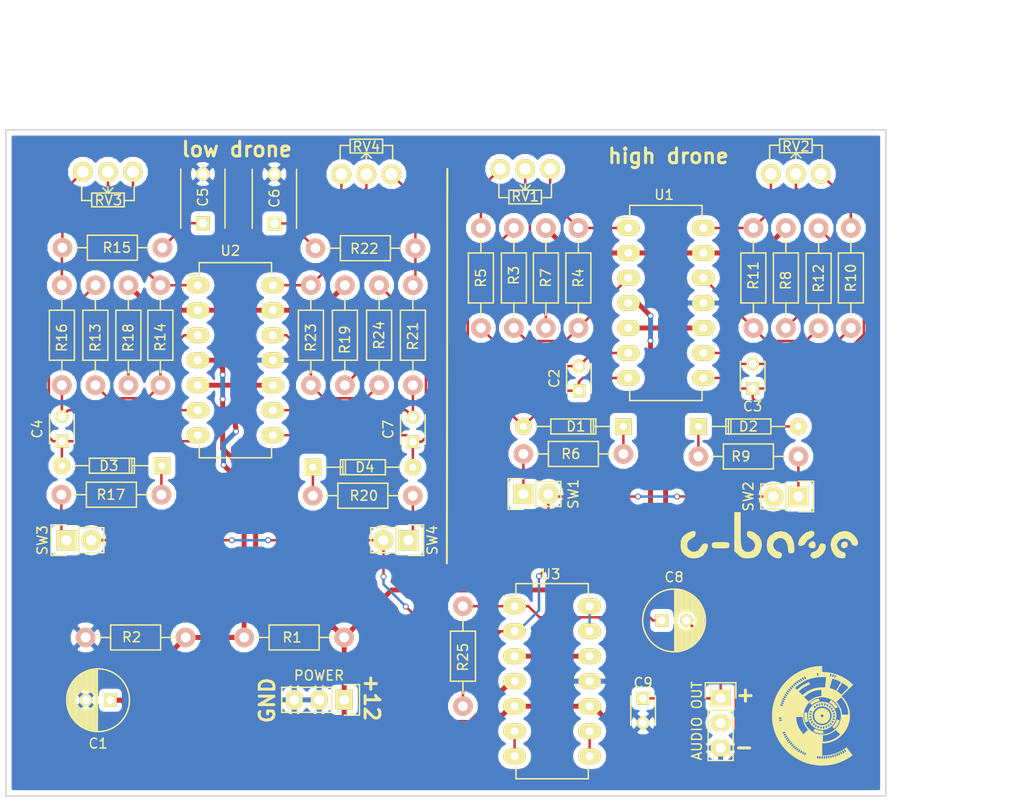
<source format=kicad_pcb>
(kicad_pcb (version 4) (host pcbnew 4.0.2-4+6225~38~ubuntu15.10.1-stable)
  (layers (0 F.Cu signal) (31 B.Cu signal) (34 B.Paste user) (35 F.Paste user) (36 B.SilkS user) (37 F.SilkS user) (38 B.Mask user) (39 F.Mask user) (44 Edge.Cuts user))
  (net 0 "")
  (net 1 GND)
  (net 2 /Buffer/VREF)
  (net 3 "Net-(C2-Pad1)")
  (net 4 "Net-(C2-Pad2)")
  (net 5 "Net-(C3-Pad1)")
  (net 6 "Net-(C3-Pad2)")
  (net 7 "Net-(C4-Pad1)")
  (net 8 "Net-(C4-Pad2)")
  (net 9 "Net-(C5-Pad1)")
  (net 10 "Net-(C6-Pad1)")
  (net 11 "Net-(C7-Pad1)")
  (net 12 "Net-(C7-Pad2)")
  (net 13 /Buffer/MIX-OUT)
  (net 14 "Net-(C8-Pad1)")
  (net 15 +12V)
  (net 16 "Net-(D1-Pad1)")
  (net 17 "Net-(D2-Pad1)")
  (net 18 "Net-(D3-Pad1)")
  (net 19 "Net-(D4-Pad1)")
  (net 20 "Net-(J1-Pad2)")
  (net 21 "Net-(R3-Pad2)")
  (net 22 "Net-(R4-Pad1)")
  (net 23 "Net-(R5-Pad2)")
  (net 24 "Net-(R6-Pad1)")
  (net 25 "Net-(R7-Pad1)")
  (net 26 "Net-(R8-Pad2)")
  (net 27 "Net-(R9-Pad1)")
  (net 28 "Net-(R10-Pad2)")
  (net 29 "Net-(R11-Pad1)")
  (net 30 "Net-(R11-Pad2)")
  (net 31 "Net-(R13-Pad2)")
  (net 32 "Net-(R14-Pad1)")
  (net 33 "Net-(R15-Pad1)")
  (net 34 "Net-(R17-Pad1)")
  (net 35 "Net-(R18-Pad1)")
  (net 36 "Net-(R19-Pad2)")
  (net 37 "Net-(R20-Pad1)")
  (net 38 "Net-(R21-Pad2)")
  (net 39 "Net-(R23-Pad1)")
  (net 40 "Net-(R23-Pad2)")
  (net 41 /Buffer/VOICE-IN)
  (net 42 "Net-(U3-Pad6)")
  (net 43 "Net-(U3-Pad8)")
  (net 44 "Net-(U3-Pad13)")
  (module Capacitors_ThroughHole:C_Radial_D6.3_L11.2_P2.5 (layer F.Cu) (at 104.3686 101.981 180)
    (fp_text reference C1 (at 1.25 -4.4 180) (layer F.SilkS))
    (fp_text value 100uF)
    (pad 2 thru_hole circle (at 2.5 0 180) (size 1.3 1.3) (drill 0.8) (layers *.Cu *.Mask F.SilkS) (net 1 GND))
    (pad 1 thru_hole rect (at 0 0 180) (size 1.3 1.3) (drill 0.8) (layers *.Cu *.Mask F.SilkS) (net 2 /Buffer/VREF))
  )
  (module Capacitors_ThroughHole:C_Disc_D3_P2.5 (layer F.Cu) (at 151.97074 70.5358 90)
    (fp_text reference C2 (at 1.25 -2.5 90) (layer F.SilkS))
    (fp_text value 4.7nF)
    (pad 1 thru_hole rect (at 0 0 90) (size 1.3 1.3) (drill 0.8) (layers *.Cu *.Mask F.SilkS) (net 3 "Net-(C2-Pad1)"))
    (pad 2 thru_hole circle (at 2.5 0 90) (size 1.3 1.3) (drill 0.8001) (layers *.Cu *.Mask F.SilkS) (net 4 "Net-(C2-Pad2)"))
  )
  (module Capacitors_ThroughHole:C_Disc_D3_P2.5 (layer F.Cu) (at 169.62628 70.3072 90)
    (fp_text reference C3 (at -1.818 0 180) (layer F.SilkS))
    (fp_text value 4.7nF)
    (pad 1 thru_hole rect (at 0 0 90) (size 1.3 1.3) (drill 0.8) (layers *.Cu *.Mask F.SilkS) (net 5 "Net-(C3-Pad1)"))
    (pad 2 thru_hole circle (at 2.5 0 90) (size 1.3 1.3) (drill 0.8001) (layers *.Cu *.Mask F.SilkS) (net 6 "Net-(C3-Pad2)"))
  )
  (module Capacitors_ThroughHole:C_Disc_D3_P2.5 (layer F.Cu) (at 99.441 75.6666 90)
    (fp_text reference C4 (at 1.25 -2.5 90) (layer F.SilkS))
    (fp_text value 4.7nF)
    (pad 1 thru_hole rect (at 0 0 90) (size 1.3 1.3) (drill 0.8) (layers *.Cu *.Mask F.SilkS) (net 7 "Net-(C4-Pad1)"))
    (pad 2 thru_hole circle (at 2.5 0 90) (size 1.3 1.3) (drill 0.8001) (layers *.Cu *.Mask F.SilkS) (net 8 "Net-(C4-Pad2)"))
  )
  (module Capacitors_ThroughHole:C_Disc_D6_P5 (layer F.Cu) (at 113.7666 53.5178 90)
    (fp_text reference C5 (at 2.6416 0 90) (layer F.SilkS))
    (fp_text value 470nF)
    (pad 1 thru_hole rect (at 0 0 90) (size 1.4 1.4) (drill 0.9) (layers *.Cu *.Mask F.SilkS) (net 9 "Net-(C5-Pad1)"))
    (pad 2 thru_hole circle (at 5 0 90) (size 1.4 1.4) (drill 0.9) (layers *.Cu *.Mask F.SilkS) (net 1 GND))
  )
  (module Capacitors_ThroughHole:C_Disc_D6_P5 (layer F.Cu) (at 121.031 53.5394 90)
    (fp_text reference C6 (at 2.5616 0 90) (layer F.SilkS))
    (fp_text value 470nF)
    (pad 1 thru_hole rect (at 0 0 90) (size 1.4 1.4) (drill 0.9) (layers *.Cu *.Mask F.SilkS) (net 10 "Net-(C6-Pad1)"))
    (pad 2 thru_hole circle (at 5 0 90) (size 1.4 1.4) (drill 0.9) (layers *.Cu *.Mask F.SilkS) (net 1 GND))
  )
  (module Capacitors_ThroughHole:C_Radial_D6.3_L11.2_P2.5 (layer F.Cu) (at 160.3902 93.8784)
    (fp_text reference C8 (at 1.25 -4.4) (layer F.SilkS))
    (fp_text value 100uF)
    (pad 2 thru_hole circle (at 2.5 0) (size 1.3 1.3) (drill 0.8) (layers *.Cu *.Mask F.SilkS) (net 13 /Buffer/MIX-OUT))
    (pad 1 thru_hole rect (at 0 0) (size 1.3 1.3) (drill 0.8) (layers *.Cu *.Mask F.SilkS) (net 14 "Net-(C8-Pad1)"))
  )
  (module Capacitors_ThroughHole:C_Disc_D3_P2.5 (layer F.Cu) (at 158.496 101.7924 270)
    (fp_text reference C9 (at -1.5748 0 360) (layer F.SilkS))
    (fp_text value 1nF)
    (pad 1 thru_hole rect (at 0 0 270) (size 1.3 1.3) (drill 0.8) (layers *.Cu *.Mask F.SilkS) (net 13 /Buffer/MIX-OUT))
    (pad 2 thru_hole circle (at 2.5 0 270) (size 1.3 1.3) (drill 0.8001) (layers *.Cu *.Mask F.SilkS) (net 1 GND))
  )
  (module Pin_Headers:Pin_Header_Straight_1x03 (layer F.Cu) (at 128.12776 101.9429 270)
    (fp_text reference POWER (at -2.46888 2.5654 360) (layer F.SilkS))
    (fp_text value BARREL_JACK)
    (pad 1 thru_hole rect (at 0 0 270) (size 2.032 1.7272) (drill 1.016) (layers *.Cu *.Mask F.SilkS) (net 15 +12V))
    (pad 2 thru_hole oval (at 0 2.54 270) (size 2.032 1.7272) (drill 1.016) (layers *.Cu *.Mask F.SilkS) (net 1 GND))
    (pad 3 thru_hole oval (at 0 5.08 270) (size 2.032 1.7272) (drill 1.016) (layers *.Cu *.Mask F.SilkS) (net 1 GND))
  )
  (module Diodes_ThroughHole:Diode_DO-35_SOD27_Horizontal_RM10 (layer F.Cu) (at 156.48992 74.16546 180)
    (fp_text reference D1 (at 4.82652 -0.00254 180) (layer F.SilkS))
    (fp_text value 1N914)
    (pad 2 thru_hole circle (at 10.16052 -0.00254) (size 1.69926 1.69926) (drill 0.70104) (layers *.Cu *.Mask F.SilkS) (net 3 "Net-(C2-Pad1)"))
    (pad 1 thru_hole rect (at 0.00052 -0.00254) (size 1.69926 1.69926) (drill 0.70104) (layers *.Cu *.Mask F.SilkS) (net 16 "Net-(D1-Pad1)"))
  )
  (module Diodes_ThroughHole:Diode_DO-35_SOD27_Horizontal_RM10 (layer F.Cu) (at 164.10888 74.17054)
    (fp_text reference D2 (at 5.08052 -0.00254) (layer F.SilkS))
    (fp_text value 1N914)
    (pad 2 thru_hole circle (at 10.16052 -0.00254 180) (size 1.69926 1.69926) (drill 0.70104) (layers *.Cu *.Mask F.SilkS) (net 5 "Net-(C3-Pad1)"))
    (pad 1 thru_hole rect (at 0.00052 -0.00254 180) (size 1.69926 1.69926) (drill 0.70104) (layers *.Cu *.Mask F.SilkS) (net 17 "Net-(D2-Pad1)"))
  )
  (module Diodes_ThroughHole:Diode_DO-35_SOD27_Horizontal_RM10 (layer F.Cu) (at 109.60152 78.15326 180)
    (fp_text reference D3 (at 5.38734 0.00052 180) (layer F.SilkS))
    (fp_text value 1N914)
    (pad 2 thru_hole circle (at 10.16052 -0.00254) (size 1.69926 1.69926) (drill 0.70104) (layers *.Cu *.Mask F.SilkS) (net 7 "Net-(C4-Pad1)"))
    (pad 1 thru_hole rect (at 0.00052 -0.00254) (size 1.69926 1.69926) (drill 0.70104) (layers *.Cu *.Mask F.SilkS) (net 18 "Net-(D3-Pad1)"))
  )
  (module Diodes_ThroughHole:Diode_DO-35_SOD27_Horizontal_RM10 (layer F.Cu) (at 124.94208 78.31074)
    (fp_text reference D4 (at 5.2832 0) (layer F.SilkS))
    (fp_text value 1N914)
    (pad 2 thru_hole circle (at 10.16052 -0.00254 180) (size 1.69926 1.69926) (drill 0.70104) (layers *.Cu *.Mask F.SilkS) (net 11 "Net-(C7-Pad1)"))
    (pad 1 thru_hole rect (at 0.00052 -0.00254 180) (size 1.69926 1.69926) (drill 0.70104) (layers *.Cu *.Mask F.SilkS) (net 19 "Net-(D4-Pad1)"))
  )
  (module Pin_Headers:Pin_Header_Straight_1x03 (layer F.Cu) (at 166.37 101.7524)
    (fp_text reference "AUDIO OUT" (at -2.413 2.31394 90) (layer F.SilkS))
    (fp_text value JACK_2P)
    (pad 1 thru_hole rect (at 0 0) (size 2.032 1.7272) (drill 1.016) (layers *.Cu *.Mask F.SilkS) (net 13 /Buffer/MIX-OUT))
    (pad 2 thru_hole oval (at 0 2.54) (size 2.032 1.7272) (drill 1.016) (layers *.Cu *.Mask F.SilkS) (net 20 "Net-(J1-Pad2)"))
    (pad 3 thru_hole oval (at 0 5.08) (size 2.032 1.7272) (drill 1.016) (layers *.Cu *.Mask F.SilkS) (net 1 GND))
  )
  (module Resistors_ThroughHole:Resistor_Horizontal_RM10mm (layer F.Cu) (at 128.1176 95.6056 180)
    (fp_text reference R1 (at 5.2832 0 180) (layer F.SilkS))
    (fp_text value 10K)
    (pad 1 thru_hole circle (at 0 0 180) (size 1.99898 1.99898) (drill 1.00076) (layers *.Cu *.SilkS *.Mask) (net 15 +12V))
    (pad 2 thru_hole circle (at 10.16 0 180) (size 1.99898 1.99898) (drill 1.00076) (layers *.Cu *.SilkS *.Mask) (net 2 /Buffer/VREF))
  )
  (module Resistors_ThroughHole:Resistor_Horizontal_RM10mm (layer F.Cu) (at 112.014 95.6056 180)
    (fp_text reference R2 (at 5.4864 0.0254 180) (layer F.SilkS))
    (fp_text value 10K)
    (pad 1 thru_hole circle (at 0 0 180) (size 1.99898 1.99898) (drill 1.00076) (layers *.Cu *.SilkS *.Mask) (net 2 /Buffer/VREF))
    (pad 2 thru_hole circle (at 10.16 0 180) (size 1.99898 1.99898) (drill 1.00076) (layers *.Cu *.SilkS *.Mask) (net 1 GND))
  )
  (module Resistors_ThroughHole:Resistor_Horizontal_RM10mm (layer F.Cu) (at 145.3642 54.0004 270)
    (fp_text reference R3 (at 4.826 0 270) (layer F.SilkS))
    (fp_text value 33K)
    (pad 1 thru_hole circle (at 0 0 270) (size 1.99898 1.99898) (drill 1.00076) (layers *.Cu *.SilkS *.Mask) (net 3 "Net-(C2-Pad1)"))
    (pad 2 thru_hole circle (at 10.16 0 270) (size 1.99898 1.99898) (drill 1.00076) (layers *.Cu *.SilkS *.Mask) (net 21 "Net-(R3-Pad2)"))
  )
  (module Resistors_ThroughHole:Resistor_Horizontal_RM10mm (layer F.Cu) (at 151.9174 54.0004 270)
    (fp_text reference R4 (at 5.08 0 270) (layer F.SilkS))
    (fp_text value 47K)
    (pad 1 thru_hole circle (at 0 0 270) (size 1.99898 1.99898) (drill 1.00076) (layers *.Cu *.SilkS *.Mask) (net 22 "Net-(R4-Pad1)"))
    (pad 2 thru_hole circle (at 10.16 0 270) (size 1.99898 1.99898) (drill 1.00076) (layers *.Cu *.SilkS *.Mask) (net 21 "Net-(R3-Pad2)"))
  )
  (module Resistors_ThroughHole:Resistor_Horizontal_RM10mm (layer F.Cu) (at 142.0114 64.1604 90)
    (fp_text reference R5 (at 5.08 0 90) (layer F.SilkS))
    (fp_text value 220K)
    (pad 1 thru_hole circle (at 0 0 90) (size 1.99898 1.99898) (drill 1.00076) (layers *.Cu *.SilkS *.Mask) (net 4 "Net-(C2-Pad2)"))
    (pad 2 thru_hole circle (at 10.16 0 90) (size 1.99898 1.99898) (drill 1.00076) (layers *.Cu *.SilkS *.Mask) (net 23 "Net-(R5-Pad2)"))
  )
  (module Resistors_ThroughHole:Resistor_Horizontal_RM10mm (layer F.Cu) (at 146.3294 76.962)
    (fp_text reference R6 (at 4.826 0) (layer F.SilkS))
    (fp_text value 100K)
    (pad 1 thru_hole circle (at 0 0) (size 1.99898 1.99898) (drill 1.00076) (layers *.Cu *.SilkS *.Mask) (net 24 "Net-(R6-Pad1)"))
    (pad 2 thru_hole circle (at 10.16 0) (size 1.99898 1.99898) (drill 1.00076) (layers *.Cu *.SilkS *.Mask) (net 16 "Net-(D1-Pad1)"))
  )
  (module Resistors_ThroughHole:Resistor_Horizontal_RM10mm (layer F.Cu) (at 148.6154 64.1604 90)
    (fp_text reference R7 (at 5.08 0 90) (layer F.SilkS))
    (fp_text value 10K)
    (pad 1 thru_hole circle (at 0 0 90) (size 1.99898 1.99898) (drill 1.00076) (layers *.Cu *.SilkS *.Mask) (net 25 "Net-(R7-Pad1)"))
    (pad 2 thru_hole circle (at 10.16 0 90) (size 1.99898 1.99898) (drill 1.00076) (layers *.Cu *.SilkS *.Mask) (net 2 /Buffer/VREF))
  )
  (module Resistors_ThroughHole:Resistor_Horizontal_RM10mm (layer F.Cu) (at 172.9994 54.0004 270)
    (fp_text reference R8 (at 5.334 0 270) (layer F.SilkS))
    (fp_text value 10K)
    (pad 1 thru_hole circle (at 0 0 270) (size 1.99898 1.99898) (drill 1.00076) (layers *.Cu *.SilkS *.Mask) (net 2 /Buffer/VREF))
    (pad 2 thru_hole circle (at 10.16 0 270) (size 1.99898 1.99898) (drill 1.00076) (layers *.Cu *.SilkS *.Mask) (net 26 "Net-(R8-Pad2)"))
  )
  (module Resistors_ThroughHole:Resistor_Horizontal_RM10mm (layer F.Cu) (at 174.2694 77.216 180)
    (fp_text reference R9 (at 5.842 0 180) (layer F.SilkS))
    (fp_text value 100K)
    (pad 1 thru_hole circle (at 0 0 180) (size 1.99898 1.99898) (drill 1.00076) (layers *.Cu *.SilkS *.Mask) (net 27 "Net-(R9-Pad1)"))
    (pad 2 thru_hole circle (at 10.16 0 180) (size 1.99898 1.99898) (drill 1.00076) (layers *.Cu *.SilkS *.Mask) (net 17 "Net-(D2-Pad1)"))
  )
  (module Resistors_ThroughHole:Resistor_Horizontal_RM10mm (layer F.Cu) (at 179.6034 64.1604 90)
    (fp_text reference R10 (at 5.08 0 90) (layer F.SilkS))
    (fp_text value 220K)
    (pad 1 thru_hole circle (at 0 0 90) (size 1.99898 1.99898) (drill 1.00076) (layers *.Cu *.SilkS *.Mask) (net 6 "Net-(C3-Pad2)"))
    (pad 2 thru_hole circle (at 10.16 0 90) (size 1.99898 1.99898) (drill 1.00076) (layers *.Cu *.SilkS *.Mask) (net 28 "Net-(R10-Pad2)"))
  )
  (module Resistors_ThroughHole:Resistor_Horizontal_RM10mm (layer F.Cu) (at 169.6974 54.0004 270)
    (fp_text reference R11 (at 4.826 0 270) (layer F.SilkS))
    (fp_text value 47K)
    (pad 1 thru_hole circle (at 0 0 270) (size 1.99898 1.99898) (drill 1.00076) (layers *.Cu *.SilkS *.Mask) (net 29 "Net-(R11-Pad1)"))
    (pad 2 thru_hole circle (at 10.16 0 270) (size 1.99898 1.99898) (drill 1.00076) (layers *.Cu *.SilkS *.Mask) (net 30 "Net-(R11-Pad2)"))
  )
  (module Resistors_ThroughHole:Resistor_Horizontal_RM10mm (layer F.Cu) (at 176.3268 54.0258 270)
    (fp_text reference R12 (at 5.08 0 270) (layer F.SilkS))
    (fp_text value 33K)
    (pad 1 thru_hole circle (at 0 0 270) (size 1.99898 1.99898) (drill 1.00076) (layers *.Cu *.SilkS *.Mask) (net 5 "Net-(C3-Pad1)"))
    (pad 2 thru_hole circle (at 10.16 0 270) (size 1.99898 1.99898) (drill 1.00076) (layers *.Cu *.SilkS *.Mask) (net 30 "Net-(R11-Pad2)"))
  )
  (module Resistors_ThroughHole:Resistor_Horizontal_RM10mm (layer F.Cu) (at 102.8446 59.817 270)
    (fp_text reference R13 (at 5.334 0 450) (layer F.SilkS))
    (fp_text value 33K)
    (pad 1 thru_hole circle (at 0 0 270) (size 1.99898 1.99898) (drill 1.00076) (layers *.Cu *.SilkS *.Mask) (net 7 "Net-(C4-Pad1)"))
    (pad 2 thru_hole circle (at 10.16 0 270) (size 1.99898 1.99898) (drill 1.00076) (layers *.Cu *.SilkS *.Mask) (net 31 "Net-(R13-Pad2)"))
  )
  (module Resistors_ThroughHole:Resistor_Horizontal_RM10mm (layer F.Cu) (at 109.4486 59.817 270)
    (fp_text reference R14 (at 5.2832 0 270) (layer F.SilkS))
    (fp_text value 47K)
    (pad 1 thru_hole circle (at 0 0 270) (size 1.99898 1.99898) (drill 1.00076) (layers *.Cu *.SilkS *.Mask) (net 32 "Net-(R14-Pad1)"))
    (pad 2 thru_hole circle (at 10.16 0 270) (size 1.99898 1.99898) (drill 1.00076) (layers *.Cu *.SilkS *.Mask) (net 31 "Net-(R13-Pad2)"))
  )
  (module Resistors_ThroughHole:Resistor_Horizontal_RM10mm (layer F.Cu) (at 99.4918 56.007)
    (fp_text reference R15 (at 5.5372 0) (layer F.SilkS))
    (fp_text value 100K)
    (pad 1 thru_hole circle (at 0 0) (size 1.99898 1.99898) (drill 1.00076) (layers *.Cu *.SilkS *.Mask) (net 33 "Net-(R15-Pad1)"))
    (pad 2 thru_hole circle (at 10.16 0) (size 1.99898 1.99898) (drill 1.00076) (layers *.Cu *.SilkS *.Mask) (net 9 "Net-(C5-Pad1)"))
  )
  (module Resistors_ThroughHole:Resistor_Horizontal_RM10mm (layer F.Cu) (at 99.441 69.977 90)
    (fp_text reference R16 (at 4.826 0 90) (layer F.SilkS))
    (fp_text value 220K)
    (pad 1 thru_hole circle (at 0 0 90) (size 1.99898 1.99898) (drill 1.00076) (layers *.Cu *.SilkS *.Mask) (net 8 "Net-(C4-Pad2)"))
    (pad 2 thru_hole circle (at 10.16 0 90) (size 1.99898 1.99898) (drill 1.00076) (layers *.Cu *.SilkS *.Mask) (net 33 "Net-(R15-Pad1)"))
  )
  (module Resistors_ThroughHole:Resistor_Horizontal_RM10mm (layer F.Cu) (at 99.3902 81.1022)
    (fp_text reference R17 (at 5.0292 0) (layer F.SilkS))
    (fp_text value R)
    (pad 1 thru_hole circle (at 0 0) (size 1.99898 1.99898) (drill 1.00076) (layers *.Cu *.SilkS *.Mask) (net 34 "Net-(R17-Pad1)"))
    (pad 2 thru_hole circle (at 10.16 0) (size 1.99898 1.99898) (drill 1.00076) (layers *.Cu *.SilkS *.Mask) (net 18 "Net-(D3-Pad1)"))
  )
  (module Resistors_ThroughHole:Resistor_Horizontal_RM10mm (layer F.Cu) (at 106.1974 69.977 90)
    (fp_text reference R18 (at 4.826 0 90) (layer F.SilkS))
    (fp_text value 10K)
    (pad 1 thru_hole circle (at 0 0 90) (size 1.99898 1.99898) (drill 1.00076) (layers *.Cu *.SilkS *.Mask) (net 35 "Net-(R18-Pad1)"))
    (pad 2 thru_hole circle (at 10.16 0 90) (size 1.99898 1.99898) (drill 1.00076) (layers *.Cu *.SilkS *.Mask) (net 2 /Buffer/VREF))
  )
  (module Resistors_ThroughHole:Resistor_Horizontal_RM10mm (layer F.Cu) (at 128.1938 59.817 270)
    (fp_text reference R19 (at 5.5372 0 270) (layer F.SilkS))
    (fp_text value 10K)
    (pad 1 thru_hole circle (at 0 0 270) (size 1.99898 1.99898) (drill 1.00076) (layers *.Cu *.SilkS *.Mask) (net 2 /Buffer/VREF))
    (pad 2 thru_hole circle (at 10.16 0 270) (size 1.99898 1.99898) (drill 1.00076) (layers *.Cu *.SilkS *.Mask) (net 36 "Net-(R19-Pad2)"))
  )
  (module Resistors_ThroughHole:Resistor_Horizontal_RM10mm (layer F.Cu) (at 135.1026 81.2038 180)
    (fp_text reference R20 (at 4.9784 0 180) (layer F.SilkS))
    (fp_text value R)
    (pad 1 thru_hole circle (at 0 0 180) (size 1.99898 1.99898) (drill 1.00076) (layers *.Cu *.SilkS *.Mask) (net 37 "Net-(R20-Pad1)"))
    (pad 2 thru_hole circle (at 10.16 0 180) (size 1.99898 1.99898) (drill 1.00076) (layers *.Cu *.SilkS *.Mask) (net 19 "Net-(D4-Pad1)"))
  )
  (module Resistors_ThroughHole:Resistor_Horizontal_RM10mm (layer F.Cu) (at 135.1026 69.977 90)
    (fp_text reference R21 (at 4.9784 0 90) (layer F.SilkS))
    (fp_text value 220K)
    (pad 1 thru_hole circle (at 0 0 90) (size 1.99898 1.99898) (drill 1.00076) (layers *.Cu *.SilkS *.Mask) (net 12 "Net-(C7-Pad2)"))
    (pad 2 thru_hole circle (at 10.16 0 90) (size 1.99898 1.99898) (drill 1.00076) (layers *.Cu *.SilkS *.Mask) (net 38 "Net-(R21-Pad2)"))
  )
  (module Resistors_ThroughHole:Resistor_Horizontal_RM10mm (layer F.Cu) (at 135.3566 56.0578 180)
    (fp_text reference R22 (at 5.1816 -0.0508 180) (layer F.SilkS))
    (fp_text value 100K)
    (pad 1 thru_hole circle (at 0 0 180) (size 1.99898 1.99898) (drill 1.00076) (layers *.Cu *.SilkS *.Mask) (net 38 "Net-(R21-Pad2)"))
    (pad 2 thru_hole circle (at 10.16 0 180) (size 1.99898 1.99898) (drill 1.00076) (layers *.Cu *.SilkS *.Mask) (net 10 "Net-(C6-Pad1)"))
  )
  (module Resistors_ThroughHole:Resistor_Horizontal_RM10mm (layer F.Cu) (at 124.7394 59.817 270)
    (fp_text reference R23 (at 5.32892 0 270) (layer F.SilkS))
    (fp_text value 47K)
    (pad 1 thru_hole circle (at 0 0 270) (size 1.99898 1.99898) (drill 1.00076) (layers *.Cu *.SilkS *.Mask) (net 39 "Net-(R23-Pad1)"))
    (pad 2 thru_hole circle (at 10.16 0 270) (size 1.99898 1.99898) (drill 1.00076) (layers *.Cu *.SilkS *.Mask) (net 40 "Net-(R23-Pad2)"))
  )
  (module Resistors_ThroughHole:Resistor_Horizontal_RM10mm (layer F.Cu) (at 131.6736 59.817 270)
    (fp_text reference R24 (at 5.08 0 270) (layer F.SilkS))
    (fp_text value 33K)
    (pad 1 thru_hole circle (at 0 0 270) (size 1.99898 1.99898) (drill 1.00076) (layers *.Cu *.SilkS *.Mask) (net 11 "Net-(C7-Pad1)"))
    (pad 2 thru_hole circle (at 10.16 0 270) (size 1.99898 1.99898) (drill 1.00076) (layers *.Cu *.SilkS *.Mask) (net 40 "Net-(R23-Pad2)"))
  )
  (module Resistors_ThroughHole:Resistor_Horizontal_RM10mm (layer F.Cu) (at 140.19022 92.42806 270)
    (fp_text reference R25 (at 5.1816 0 270) (layer F.SilkS))
    (fp_text value 100K)
    (pad 1 thru_hole circle (at 0 0 270) (size 1.99898 1.99898) (drill 1.00076) (layers *.Cu *.SilkS *.Mask) (net 14 "Net-(C8-Pad1)"))
    (pad 2 thru_hole circle (at 10.16 0 270) (size 1.99898 1.99898) (drill 1.00076) (layers *.Cu *.SilkS *.Mask) (net 41 /Buffer/VOICE-IN))
  )
  (module Potentiometers:Potentiometer_WirePads_Small (layer F.Cu) (at 149.05228 47.99838 270)
    (fp_text reference RV1 (at 2.794 2.54 360) (layer F.SilkS))
    (fp_text value 100K)
    (pad 2 thru_hole circle (at 0 2.54 270) (size 1.99898 1.99898) (drill 1.19888) (layers *.Cu *.Mask F.SilkS) (net 25 "Net-(R7-Pad1)"))
    (pad 3 thru_hole circle (at 0 5.08 270) (size 1.99898 1.99898) (drill 1.19888) (layers *.Cu *.Mask F.SilkS) (net 23 "Net-(R5-Pad2)"))
    (pad 1 thru_hole circle (at 0 0 270) (size 1.99898 1.99898) (drill 1.19888) (layers *.Cu *.Mask F.SilkS) (net 22 "Net-(R4-Pad1)"))
  )
  (module Potentiometers:Potentiometer_WirePads_Small (layer F.Cu) (at 171.4754 48.514 90)
    (fp_text reference RV2 (at 2.794 2.54 180) (layer F.SilkS))
    (fp_text value 100K)
    (pad 2 thru_hole circle (at 0 2.54 90) (size 1.99898 1.99898) (drill 1.19888) (layers *.Cu *.Mask F.SilkS) (net 26 "Net-(R8-Pad2)"))
    (pad 3 thru_hole circle (at 0 5.08 90) (size 1.99898 1.99898) (drill 1.19888) (layers *.Cu *.Mask F.SilkS) (net 28 "Net-(R10-Pad2)"))
    (pad 1 thru_hole circle (at 0 0 90) (size 1.99898 1.99898) (drill 1.19888) (layers *.Cu *.Mask F.SilkS) (net 29 "Net-(R11-Pad1)"))
  )
  (module Potentiometers:Potentiometer_WirePads_Small (layer F.Cu) (at 106.65968 48.29302 270)
    (fp_text reference RV3 (at 2.8956 2.4892 360) (layer F.SilkS))
    (fp_text value 100K)
    (pad 2 thru_hole circle (at 0 2.54 270) (size 1.99898 1.99898) (drill 1.19888) (layers *.Cu *.Mask F.SilkS) (net 35 "Net-(R18-Pad1)"))
    (pad 3 thru_hole circle (at 0 5.08 270) (size 1.99898 1.99898) (drill 1.19888) (layers *.Cu *.Mask F.SilkS) (net 33 "Net-(R15-Pad1)"))
    (pad 1 thru_hole circle (at 0 0 270) (size 1.99898 1.99898) (drill 1.19888) (layers *.Cu *.Mask F.SilkS) (net 32 "Net-(R14-Pad1)"))
  )
  (module Potentiometers:Potentiometer_WirePads_Small (layer F.Cu) (at 127.8382 48.5394 90)
    (fp_text reference RV4 (at 2.794 2.54 180) (layer F.SilkS))
    (fp_text value 100K)
    (pad 2 thru_hole circle (at 0 2.54 90) (size 1.99898 1.99898) (drill 1.19888) (layers *.Cu *.Mask F.SilkS) (net 36 "Net-(R19-Pad2)"))
    (pad 3 thru_hole circle (at 0 5.08 90) (size 1.99898 1.99898) (drill 1.19888) (layers *.Cu *.Mask F.SilkS) (net 38 "Net-(R21-Pad2)"))
    (pad 1 thru_hole circle (at 0 0 90) (size 1.99898 1.99898) (drill 1.19888) (layers *.Cu *.Mask F.SilkS) (net 39 "Net-(R23-Pad1)"))
  )
  (module Pin_Headers:Pin_Header_Straight_1x02 (layer F.Cu) (at 146.3294 81.026 90)
    (fp_text reference SW1 (at 0 5.08 270) (layer F.SilkS))
    (fp_text value SPST)
    (pad 1 thru_hole rect (at 0 0 90) (size 2.032 2.032) (drill 1.016) (layers *.Cu *.Mask F.SilkS) (net 24 "Net-(R6-Pad1)"))
    (pad 2 thru_hole oval (at 0 2.54 90) (size 2.032 2.032) (drill 1.016) (layers *.Cu *.Mask F.SilkS) (net 41 /Buffer/VOICE-IN))
  )
  (module Pin_Headers:Pin_Header_Straight_1x02 (layer F.Cu) (at 174.2694 81.28 270)
    (fp_text reference SW2 (at 0 5.08 270) (layer F.SilkS))
    (fp_text value SPST)
    (pad 1 thru_hole rect (at 0 0 270) (size 2.032 2.032) (drill 1.016) (layers *.Cu *.Mask F.SilkS) (net 27 "Net-(R9-Pad1)"))
    (pad 2 thru_hole oval (at 0 2.54 270) (size 2.032 2.032) (drill 1.016) (layers *.Cu *.Mask F.SilkS) (net 41 /Buffer/VOICE-IN))
  )
  (module Pin_Headers:Pin_Header_Straight_1x02 (layer F.Cu) (at 99.8982 85.725 90)
    (fp_text reference SW3 (at 0 -2.4384 90) (layer F.SilkS))
    (fp_text value SPST)
    (pad 1 thru_hole rect (at 0 0 90) (size 2.032 2.032) (drill 1.016) (layers *.Cu *.Mask F.SilkS) (net 34 "Net-(R17-Pad1)"))
    (pad 2 thru_hole oval (at 0 2.54 90) (size 2.032 2.032) (drill 1.016) (layers *.Cu *.Mask F.SilkS) (net 41 /Buffer/VOICE-IN))
  )
  (module Pin_Headers:Pin_Header_Straight_1x02 (layer F.Cu) (at 134.6454 85.725 270)
    (fp_text reference SW4 (at 0 -2.4384 270) (layer F.SilkS))
    (fp_text value SPST)
    (pad 1 thru_hole rect (at 0 0 270) (size 2.032 2.032) (drill 1.016) (layers *.Cu *.Mask F.SilkS) (net 37 "Net-(R20-Pad1)"))
    (pad 2 thru_hole oval (at 0 2.54 270) (size 2.032 2.032) (drill 1.016) (layers *.Cu *.Mask F.SilkS) (net 41 /Buffer/VOICE-IN))
  )
  (module Housings_DIP:DIP-14_W7.62mm_LongPads (layer F.Cu) (at 156.9974 54.0004)
    (fp_text reference U1 (at 3.63474 -3.37566) (layer F.SilkS))
    (fp_text value LM324N)
    (pad 1 thru_hole oval (at 0 0) (size 2.3 1.6) (drill 0.8) (layers *.Cu *.Mask F.SilkS) (net 22 "Net-(R4-Pad1)"))
    (pad 2 thru_hole oval (at 0 2.54) (size 2.3 1.6) (drill 0.8) (layers *.Cu *.Mask F.SilkS) (net 2 /Buffer/VREF))
    (pad 3 thru_hole oval (at 0 5.08) (size 2.3 1.6) (drill 0.8) (layers *.Cu *.Mask F.SilkS) (net 21 "Net-(R3-Pad2)"))
    (pad 4 thru_hole oval (at 0 7.62) (size 2.3 1.6) (drill 0.8) (layers *.Cu *.Mask F.SilkS) (net 15 +12V))
    (pad 5 thru_hole oval (at 0 10.16) (size 2.3 1.6) (drill 0.8) (layers *.Cu *.Mask F.SilkS) (net 2 /Buffer/VREF))
    (pad 6 thru_hole oval (at 0 12.7) (size 2.3 1.6) (drill 0.8) (layers *.Cu *.Mask F.SilkS) (net 4 "Net-(C2-Pad2)"))
    (pad 7 thru_hole oval (at 0 15.24) (size 2.3 1.6) (drill 0.8) (layers *.Cu *.Mask F.SilkS) (net 3 "Net-(C2-Pad1)"))
    (pad 8 thru_hole oval (at 7.62 15.24) (size 2.3 1.6) (drill 0.8) (layers *.Cu *.Mask F.SilkS) (net 5 "Net-(C3-Pad1)"))
    (pad 9 thru_hole oval (at 7.62 12.7) (size 2.3 1.6) (drill 0.8) (layers *.Cu *.Mask F.SilkS) (net 6 "Net-(C3-Pad2)"))
    (pad 10 thru_hole oval (at 7.62 10.16) (size 2.3 1.6) (drill 0.8) (layers *.Cu *.Mask F.SilkS) (net 2 /Buffer/VREF))
    (pad 11 thru_hole oval (at 7.62 7.62) (size 2.3 1.6) (drill 0.8) (layers *.Cu *.Mask F.SilkS) (net 1 GND))
    (pad 12 thru_hole oval (at 7.62 5.08) (size 2.3 1.6) (drill 0.8) (layers *.Cu *.Mask F.SilkS) (net 30 "Net-(R11-Pad2)"))
    (pad 13 thru_hole oval (at 7.62 2.54) (size 2.3 1.6) (drill 0.8) (layers *.Cu *.Mask F.SilkS) (net 2 /Buffer/VREF))
    (pad 14 thru_hole oval (at 7.62 0) (size 2.3 1.6) (drill 0.8) (layers *.Cu *.Mask F.SilkS) (net 29 "Net-(R11-Pad1)"))
  )
  (module Housings_DIP:DIP-14_W7.62mm_LongPads (layer F.Cu) (at 113.2586 59.817)
    (fp_text reference U2 (at 3.302 -3.5052) (layer F.SilkS))
    (fp_text value LM324N)
    (pad 1 thru_hole oval (at 0 0) (size 2.3 1.6) (drill 0.8) (layers *.Cu *.Mask F.SilkS) (net 32 "Net-(R14-Pad1)"))
    (pad 2 thru_hole oval (at 0 2.54) (size 2.3 1.6) (drill 0.8) (layers *.Cu *.Mask F.SilkS) (net 2 /Buffer/VREF))
    (pad 3 thru_hole oval (at 0 5.08) (size 2.3 1.6) (drill 0.8) (layers *.Cu *.Mask F.SilkS) (net 31 "Net-(R13-Pad2)"))
    (pad 4 thru_hole oval (at 0 7.62) (size 2.3 1.6) (drill 0.8) (layers *.Cu *.Mask F.SilkS) (net 15 +12V))
    (pad 5 thru_hole oval (at 0 10.16) (size 2.3 1.6) (drill 0.8) (layers *.Cu *.Mask F.SilkS) (net 2 /Buffer/VREF))
    (pad 6 thru_hole oval (at 0 12.7) (size 2.3 1.6) (drill 0.8) (layers *.Cu *.Mask F.SilkS) (net 8 "Net-(C4-Pad2)"))
    (pad 7 thru_hole oval (at 0 15.24) (size 2.3 1.6) (drill 0.8) (layers *.Cu *.Mask F.SilkS) (net 7 "Net-(C4-Pad1)"))
    (pad 8 thru_hole oval (at 7.62 15.24) (size 2.3 1.6) (drill 0.8) (layers *.Cu *.Mask F.SilkS) (net 11 "Net-(C7-Pad1)"))
    (pad 9 thru_hole oval (at 7.62 12.7) (size 2.3 1.6) (drill 0.8) (layers *.Cu *.Mask F.SilkS) (net 12 "Net-(C7-Pad2)"))
    (pad 10 thru_hole oval (at 7.62 10.16) (size 2.3 1.6) (drill 0.8) (layers *.Cu *.Mask F.SilkS) (net 2 /Buffer/VREF))
    (pad 11 thru_hole oval (at 7.62 7.62) (size 2.3 1.6) (drill 0.8) (layers *.Cu *.Mask F.SilkS) (net 1 GND))
    (pad 12 thru_hole oval (at 7.62 5.08) (size 2.3 1.6) (drill 0.8) (layers *.Cu *.Mask F.SilkS) (net 40 "Net-(R23-Pad2)"))
    (pad 13 thru_hole oval (at 7.62 2.54) (size 2.3 1.6) (drill 0.8) (layers *.Cu *.Mask F.SilkS) (net 2 /Buffer/VREF))
    (pad 14 thru_hole oval (at 7.62 0) (size 2.3 1.6) (drill 0.8) (layers *.Cu *.Mask F.SilkS) (net 39 "Net-(R23-Pad1)"))
  )
  (module Housings_DIP:DIP-14_W7.62mm_LongPads (layer F.Cu) (at 145.4404 92.4306)
    (fp_text reference U3 (at 3.6576 -3.2512) (layer F.SilkS))
    (fp_text value LM324N)
    (pad 1 thru_hole oval (at 0 0) (size 2.3 1.6) (drill 0.8) (layers *.Cu *.Mask F.SilkS) (net 14 "Net-(C8-Pad1)"))
    (pad 2 thru_hole oval (at 0 2.54) (size 2.3 1.6) (drill 0.8) (layers *.Cu *.Mask F.SilkS) (net 41 /Buffer/VOICE-IN))
    (pad 3 thru_hole oval (at 0 5.08) (size 2.3 1.6) (drill 0.8) (layers *.Cu *.Mask F.SilkS) (net 2 /Buffer/VREF))
    (pad 4 thru_hole oval (at 0 7.62) (size 2.3 1.6) (drill 0.8) (layers *.Cu *.Mask F.SilkS) (net 15 +12V))
    (pad 5 thru_hole oval (at 0 10.16) (size 2.3 1.6) (drill 0.8) (layers *.Cu *.Mask F.SilkS) (net 2 /Buffer/VREF))
    (pad 6 thru_hole oval (at 0 12.7) (size 2.3 1.6) (drill 0.8) (layers *.Cu *.Mask F.SilkS) (net 42 "Net-(U3-Pad6)"))
    (pad 7 thru_hole oval (at 0 15.24) (size 2.3 1.6) (drill 0.8) (layers *.Cu *.Mask F.SilkS) (net 42 "Net-(U3-Pad6)"))
    (pad 8 thru_hole oval (at 7.62 15.24) (size 2.3 1.6) (drill 0.8) (layers *.Cu *.Mask F.SilkS) (net 43 "Net-(U3-Pad8)"))
    (pad 9 thru_hole oval (at 7.62 12.7) (size 2.3 1.6) (drill 0.8) (layers *.Cu *.Mask F.SilkS) (net 43 "Net-(U3-Pad8)"))
    (pad 10 thru_hole oval (at 7.62 10.16) (size 2.3 1.6) (drill 0.8) (layers *.Cu *.Mask F.SilkS) (net 2 /Buffer/VREF))
    (pad 11 thru_hole oval (at 7.62 7.62) (size 2.3 1.6) (drill 0.8) (layers *.Cu *.Mask F.SilkS) (net 1 GND))
    (pad 12 thru_hole oval (at 7.62 5.08) (size 2.3 1.6) (drill 0.8) (layers *.Cu *.Mask F.SilkS) (net 2 /Buffer/VREF))
    (pad 13 thru_hole oval (at 7.62 2.54) (size 2.3 1.6) (drill 0.8) (layers *.Cu *.Mask F.SilkS) (net 44 "Net-(U3-Pad13)"))
    (pad 14 thru_hole oval (at 7.62 0) (size 2.3 1.6) (drill 0.8) (layers *.Cu *.Mask F.SilkS) (net 44 "Net-(U3-Pad13)"))
  )
  (module Capacitors_ThroughHole:C_Disc_D3_P2.5 (layer F.Cu) (at 135.1026 75.7174 90)
    (fp_text reference C7 (at 1.25 -2.5 90) (layer F.SilkS))
    (fp_text value 4.7nF)
    (pad 1 thru_hole rect (at 0 0 90) (size 1.3 1.3) (drill 0.8) (layers *.Cu *.Mask F.SilkS) (net 11 "Net-(C7-Pad1)"))
    (pad 2 thru_hole circle (at 2.5 0 90) (size 1.3 1.3) (drill 0.8001) (layers *.Cu *.Mask F.SilkS) (net 12 "Net-(C7-Pad2)"))
  )
  (module kicad-cbase:c-base-logo-ceva (layer F.Cu) (at 171.323 85.2805)
    (fp_text reference G*** hide)
    (fp_text value LOGO hide)
  )
  (module kicad-cbase:c-base (layer F.Cu) (at 175.7045 103.5685)
    (fp_text reference G*** hide)
    (fp_text value LOGO hide)
  )
  (gr_line (start 138.60272 47.9933) (end 138.55446 88.07704) (layer F.SilkS) (width 0.2))
  (gr_text - (at 168.7576 106.7181) (layer F.SilkS) (effects (font (size 1.5 1.5) (thickness 0.3))))
  (gr_text + (at 168.89222 101.40696) (layer F.SilkS) (effects (font (size 1.5 1.5) (thickness 0.3))))
  (gr_text GND (at 120.3071 102.00132 90) (layer F.SilkS) (effects (font (size 1.5 1.5) (thickness 0.3))))
  (gr_text +12 (at 130.92938 101.71938 270) (layer F.SilkS) (effects (font (size 1.5 1.5) (thickness 0.3))))
  (gr_text "high drone" (at 161.06648 46.69536) (layer F.SilkS) (effects (font (size 1.5 1.5) (thickness 0.3))))
  (gr_text "low drone" (at 117.221 46.00956) (layer F.SilkS) (effects (font (size 1.5 1.5) (thickness 0.3))))
  (gr_line (start 93.748694 111.703388) (end 93.748694 44.031) (layer Edge.Cuts) (width 0.15))
  (gr_line (start 183.1594 111.703388) (end 93.748694 111.703388) (layer Edge.Cuts) (width 0.15))
  (gr_line (start 183.160057 44.031) (end 183.160057 111.7092) (layer Edge.Cuts) (width 0.15))
  (gr_line (start 93.748694 44.031) (end 183.160057 44.031) (layer Edge.Cuts) (width 0.15))
  (segment (start 160.782 64.1604) (end 160.782 89.846198) (width 0.5) (layer F.Cu) (net 2))
  (segment (start 167.149357 108.34601) (end 159.16581 108.34601) (width 0.5) (layer F.Cu) (net 2))
  (segment (start 160.782 89.846198) (end 168.03601 97.100208) (width 0.5) (layer F.Cu) (net 2))
  (segment (start 168.03601 97.100208) (end 168.03601 107.459357) (width 0.5) (layer F.Cu) (net 2))
  (segment (start 168.03601 107.459357) (end 167.149357 108.34601) (width 0.5) (layer F.Cu) (net 2))
  (segment (start 159.16581 108.34601) (end 153.4104 102.5906) (width 0.5) (layer F.Cu) (net 2))
  (segment (start 153.4104 102.5906) (end 153.0604 102.5906) (width 0.5) (layer F.Cu) (net 2))
  (segment (start 117.12702 74.6887) (end 117.12702 74.264436) (width 0.5) (layer F.Cu) (net 2))
  (segment (start 117.12702 74.264436) (end 117.0686 74.206016) (width 0.5) (layer F.Cu) (net 2))
  (segment (start 117.0686 74.206016) (end 117.0686 69.977) (width 0.5) (layer F.Cu) (net 2))
  (segment (start 115.86718 78.0796) (end 115.86718 75.94854) (width 0.5) (layer B.Cu) (net 2))
  (segment (start 115.86718 75.94854) (end 117.12702 74.6887) (width 0.5) (layer B.Cu) (net 2))
  (via (at 117.12702 74.6887) (size 0.6) (drill 0.4) (layers F.Cu B.Cu) (net 2))
  (segment (start 117.9576 95.6056) (end 117.9576 80.17002) (width 0.5) (layer F.Cu) (net 2))
  (segment (start 117.9576 80.17002) (end 115.86718 78.0796) (width 0.5) (layer F.Cu) (net 2))
  (via (at 115.86718 78.0796) (size 0.6) (drill 0.4) (layers F.Cu B.Cu) (net 2))
  (segment (start 110.71798 107.18038) (end 140.50062 107.18038) (width 0.5) (layer F.Cu) (net 2))
  (segment (start 140.50062 107.18038) (end 145.0904 102.5906) (width 0.5) (layer F.Cu) (net 2))
  (segment (start 145.0904 102.5906) (end 145.4404 102.5906) (width 0.5) (layer F.Cu) (net 2))
  (segment (start 104.3686 101.981) (end 105.5186 101.981) (width 0.5) (layer F.Cu) (net 2))
  (segment (start 105.5186 101.981) (end 110.71798 107.18038) (width 0.5) (layer F.Cu) (net 2))
  (segment (start 149.2885 97.5106) (end 153.0604 97.5106) (width 0.5) (layer F.Cu) (net 2))
  (segment (start 145.4404 97.5106) (end 149.2885 97.5106) (width 0.5) (layer F.Cu) (net 2))
  (segment (start 147.0904 102.5906) (end 149.2885 102.5906) (width 0.5) (layer F.Cu) (net 2))
  (segment (start 149.2885 102.5906) (end 153.0604 102.5906) (width 0.5) (layer F.Cu) (net 2))
  (segment (start 149.2885 97.5106) (end 149.2885 102.5906) (width 0.5) (layer F.Cu) (net 2))
  (segment (start 145.4404 102.5906) (end 147.0904 102.5906) (width 0.5) (layer F.Cu) (net 2))
  (segment (start 104.3686 101.981) (end 105.6386 101.981) (width 0.5) (layer F.Cu) (net 2))
  (segment (start 105.6386 101.981) (end 112.014 95.6056) (width 0.5) (layer F.Cu) (net 2))
  (segment (start 112.014 95.6056) (end 117.9576 95.6056) (width 0.5) (layer F.Cu) (net 2))
  (segment (start 117.0686 69.977) (end 113.2586 69.977) (width 0.5) (layer F.Cu) (net 2))
  (segment (start 119.2286 69.977) (end 117.0686 69.977) (width 0.5) (layer F.Cu) (net 2))
  (segment (start 114.9086 62.357) (end 117.0686 62.357) (width 0.5) (layer F.Cu) (net 2))
  (segment (start 117.0686 62.357) (end 120.8786 62.357) (width 0.5) (layer F.Cu) (net 2))
  (segment (start 117.0686 69.977) (end 117.0686 62.357) (width 0.5) (layer F.Cu) (net 2))
  (segment (start 120.8786 69.977) (end 119.2286 69.977) (width 0.5) (layer F.Cu) (net 2))
  (segment (start 120.8786 62.357) (end 125.6538 62.357) (width 0.5) (layer F.Cu) (net 2))
  (segment (start 125.6538 62.357) (end 128.1938 59.817) (width 0.5) (layer F.Cu) (net 2))
  (segment (start 113.2586 62.357) (end 114.9086 62.357) (width 0.5) (layer F.Cu) (net 2))
  (segment (start 113.2586 62.357) (end 108.7374 62.357) (width 0.5) (layer F.Cu) (net 2))
  (segment (start 108.7374 62.357) (end 106.1974 59.817) (width 0.5) (layer F.Cu) (net 2))
  (segment (start 160.782 56.5404) (end 164.6174 56.5404) (width 0.5) (layer F.Cu) (net 2))
  (segment (start 160.782 64.1604) (end 156.9974 64.1604) (width 0.5) (layer F.Cu) (net 2))
  (segment (start 158.6474 56.5404) (end 160.782 56.5404) (width 0.5) (layer F.Cu) (net 2))
  (segment (start 162.9674 64.1604) (end 160.782 64.1604) (width 0.5) (layer F.Cu) (net 2))
  (segment (start 160.782 56.5404) (end 160.782 64.1604) (width 0.5) (layer F.Cu) (net 2))
  (segment (start 156.9974 56.5404) (end 158.6474 56.5404) (width 0.5) (layer F.Cu) (net 2))
  (segment (start 164.6174 64.1604) (end 162.9674 64.1604) (width 0.5) (layer F.Cu) (net 2))
  (segment (start 164.6174 56.5404) (end 170.4594 56.5404) (width 0.5) (layer F.Cu) (net 2))
  (segment (start 170.4594 56.5404) (end 172.9994 54.0004) (width 0.5) (layer F.Cu) (net 2))
  (segment (start 156.9974 56.5404) (end 151.1554 56.5404) (width 0.5) (layer F.Cu) (net 2))
  (segment (start 151.1554 56.5404) (end 148.6154 54.0004) (width 0.5) (layer F.Cu) (net 2))
  (segment (start 151.97074 70.5358) (end 149.9616 70.5358) (width 0.25) (layer F.Cu) (net 3))
  (segment (start 149.9616 70.5358) (end 146.3294 74.168) (width 0.25) (layer F.Cu) (net 3))
  (segment (start 156.9974 69.2404) (end 152.36614 69.2404) (width 0.25) (layer F.Cu) (net 3))
  (segment (start 152.36614 69.2404) (end 151.97074 69.6358) (width 0.25) (layer F.Cu) (net 3))
  (segment (start 151.97074 69.6358) (end 151.97074 70.5358) (width 0.25) (layer F.Cu) (net 3))
  (segment (start 145.3642 54.0004) (end 140.686909 58.677691) (width 0.25) (layer F.Cu) (net 3))
  (segment (start 140.686909 58.677691) (end 140.686909 68.525509) (width 0.25) (layer F.Cu) (net 3))
  (segment (start 140.686909 68.525509) (end 145.479771 73.318371) (width 0.25) (layer F.Cu) (net 3))
  (segment (start 145.479771 73.318371) (end 146.3294 74.168) (width 0.25) (layer F.Cu) (net 3))
  (segment (start 151.97074 68.0358) (end 145.8868 68.0358) (width 0.25) (layer F.Cu) (net 4))
  (segment (start 145.8868 68.0358) (end 142.0114 64.1604) (width 0.25) (layer F.Cu) (net 4))
  (segment (start 156.9974 66.7004) (end 153.30614 66.7004) (width 0.25) (layer F.Cu) (net 4))
  (segment (start 153.30614 66.7004) (end 151.97074 68.0358) (width 0.25) (layer F.Cu) (net 4))
  (segment (start 169.62628 70.3072) (end 175.416848 70.3072) (width 0.25) (layer F.Cu) (net 5))
  (segment (start 175.416848 70.3072) (end 180.927891 64.796157) (width 0.25) (layer F.Cu) (net 5))
  (segment (start 180.927891 64.796157) (end 180.927891 58.626891) (width 0.25) (layer F.Cu) (net 5))
  (segment (start 180.927891 58.626891) (end 177.326289 55.025289) (width 0.25) (layer F.Cu) (net 5))
  (segment (start 177.326289 55.025289) (end 176.3268 54.0258) (width 0.25) (layer F.Cu) (net 5))
  (segment (start 174.2694 74.168) (end 172.495 74.168) (width 0.25) (layer F.Cu) (net 5))
  (segment (start 172.495 74.168) (end 169.62628 71.29928) (width 0.25) (layer F.Cu) (net 5))
  (segment (start 169.62628 71.29928) (end 169.62628 70.3072) (width 0.25) (layer F.Cu) (net 5))
  (segment (start 167.18788 69.2404) (end 168.25468 70.3072) (width 0.25) (layer F.Cu) (net 5))
  (segment (start 168.25468 70.3072) (end 169.62628 70.3072) (width 0.25) (layer F.Cu) (net 5))
  (segment (start 164.6174 69.2404) (end 167.18788 69.2404) (width 0.25) (layer F.Cu) (net 5))
  (segment (start 167.47426 67.8072) (end 166.36746 66.7004) (width 0.25) (layer F.Cu) (net 6))
  (segment (start 166.36746 66.7004) (end 164.6174 66.7004) (width 0.25) (layer F.Cu) (net 6))
  (segment (start 169.62628 67.8072) (end 167.47426 67.8072) (width 0.25) (layer F.Cu) (net 6))
  (segment (start 179.6034 64.1604) (end 175.9566 67.8072) (width 0.25) (layer F.Cu) (net 6))
  (segment (start 175.9566 67.8072) (end 169.62628 67.8072) (width 0.25) (layer F.Cu) (net 6))
  (segment (start 99.441 75.6666) (end 98.541 75.6666) (width 0.25) (layer F.Cu) (net 7))
  (segment (start 98.541 75.6666) (end 98.116509 75.242109) (width 0.25) (layer F.Cu) (net 7))
  (segment (start 98.116509 75.242109) (end 98.116509 64.545091) (width 0.25) (layer F.Cu) (net 7))
  (segment (start 98.116509 64.545091) (end 101.845111 60.816489) (width 0.25) (layer F.Cu) (net 7))
  (segment (start 101.845111 60.816489) (end 102.8446 59.817) (width 0.25) (layer F.Cu) (net 7))
  (segment (start 99.441 75.6666) (end 112.649 75.6666) (width 0.25) (layer F.Cu) (net 7))
  (segment (start 112.649 75.6666) (end 113.2586 75.057) (width 0.25) (layer F.Cu) (net 7))
  (segment (start 99.441 78.1558) (end 99.441 75.6666) (width 0.25) (layer F.Cu) (net 7))
  (segment (start 99.441 73.1666) (end 99.441 72.247362) (width 0.25) (layer F.Cu) (net 8))
  (segment (start 99.441 72.247362) (end 99.441 69.977) (width 0.25) (layer F.Cu) (net 8))
  (segment (start 113.2586 72.517) (end 100.0906 72.517) (width 0.25) (layer F.Cu) (net 8))
  (segment (start 100.0906 72.517) (end 99.441 73.1666) (width 0.25) (layer F.Cu) (net 8))
  (segment (start 109.6518 56.007) (end 112.141 53.5178) (width 0.25) (layer F.Cu) (net 9))
  (segment (start 112.141 53.5178) (end 113.7666 53.5178) (width 0.25) (layer F.Cu) (net 9))
  (segment (start 121.031 53.5394) (end 122.6782 53.5394) (width 0.25) (layer F.Cu) (net 10))
  (segment (start 122.6782 53.5394) (end 125.1966 56.0578) (width 0.25) (layer F.Cu) (net 10))
  (segment (start 135.1026 75.7174) (end 136.0026 75.7174) (width 0.25) (layer F.Cu) (net 11))
  (segment (start 136.0026 75.7174) (end 136.427091 75.292909) (width 0.25) (layer F.Cu) (net 11))
  (segment (start 136.427091 75.292909) (end 136.427091 64.570491) (width 0.25) (layer F.Cu) (net 11))
  (segment (start 136.427091 64.570491) (end 132.673089 60.816489) (width 0.25) (layer F.Cu) (net 11))
  (segment (start 132.673089 60.816489) (end 131.6736 59.817) (width 0.25) (layer F.Cu) (net 11))
  (segment (start 135.1026 75.7174) (end 135.1026 76.6174) (width 0.25) (layer F.Cu) (net 11))
  (segment (start 135.1026 76.6174) (end 135.1026 78.3082) (width 0.25) (layer F.Cu) (net 11))
  (segment (start 120.8786 75.057) (end 134.4422 75.057) (width 0.25) (layer F.Cu) (net 11))
  (segment (start 134.4422 75.057) (end 135.1026 75.7174) (width 0.25) (layer F.Cu) (net 11))
  (segment (start 135.1026 73.2174) (end 135.1026 69.977) (width 0.25) (layer F.Cu) (net 12))
  (segment (start 120.8786 72.517) (end 134.4022 72.517) (width 0.25) (layer F.Cu) (net 12))
  (segment (start 134.4022 72.517) (end 135.1026 73.2174) (width 0.25) (layer F.Cu) (net 12))
  (segment (start 166.37 101.7524) (end 166.37 97.3582) (width 0.25) (layer F.Cu) (net 13))
  (segment (start 166.37 97.3582) (end 162.8902 93.8784) (width 0.25) (layer F.Cu) (net 13))
  (segment (start 158.496 101.7924) (end 166.33 101.7924) (width 0.25) (layer F.Cu) (net 13))
  (segment (start 166.33 101.7924) (end 166.37 101.7524) (width 0.25) (layer F.Cu) (net 13))
  (segment (start 160.3902 93.8784) (end 159.4902 93.8784) (width 0.25) (layer F.Cu) (net 14))
  (segment (start 159.4902 93.8784) (end 159.16741 93.55561) (width 0.25) (layer F.Cu) (net 14))
  (segment (start 159.16741 93.55561) (end 147.96541 93.55561) (width 0.25) (layer F.Cu) (net 14))
  (segment (start 146.8404 92.4306) (end 145.4404 92.4306) (width 0.25) (layer F.Cu) (net 14))
  (segment (start 147.96541 93.55561) (end 146.8404 92.4306) (width 0.25) (layer F.Cu) (net 14))
  (segment (start 140.19022 92.42806) (end 145.43786 92.42806) (width 0.25) (layer F.Cu) (net 14))
  (segment (start 145.43786 92.42806) (end 145.4404 92.4306) (width 0.25) (layer F.Cu) (net 14))
  (segment (start 115.77828 68.25488) (end 114.9604 67.437) (width 0.5) (layer F.Cu) (net 15))
  (segment (start 114.9604 67.437) (end 113.2586 67.437) (width 0.5) (layer F.Cu) (net 15))
  (segment (start 115.77828 68.91782) (end 115.77828 68.25488) (width 0.5) (layer F.Cu) (net 15))
  (segment (start 159.24784 65.45072) (end 159.24784 87.13216) (width 0.5) (layer F.Cu) (net 15))
  (segment (start 159.24784 87.13216) (end 155.601431 90.778569) (width 0.5) (layer F.Cu) (net 15))
  (segment (start 155.601431 90.778569) (end 132.944631 90.778569) (width 0.5) (layer F.Cu) (net 15))
  (segment (start 132.944631 90.778569) (end 129.117089 94.606111) (width 0.5) (layer F.Cu) (net 15))
  (segment (start 129.117089 94.606111) (end 128.1176 95.6056) (width 0.5) (layer F.Cu) (net 15))
  (segment (start 115.77828 71.39686) (end 115.77828 76.41336) (width 0.5) (layer F.Cu) (net 15))
  (segment (start 115.77828 76.41336) (end 119.12346 79.75854) (width 0.5) (layer F.Cu) (net 15))
  (segment (start 119.12346 79.75854) (end 119.12346 92.45346) (width 0.5) (layer F.Cu) (net 15))
  (segment (start 119.12346 92.45346) (end 121.276111 94.606111) (width 0.5) (layer F.Cu) (net 15))
  (segment (start 121.276111 94.606111) (end 127.118111 94.606111) (width 0.5) (layer F.Cu) (net 15))
  (segment (start 127.118111 94.606111) (end 128.1176 95.6056) (width 0.5) (layer F.Cu) (net 15))
  (segment (start 159.24784 62.93104) (end 159.24784 65.45072) (width 0.5) (layer B.Cu) (net 15))
  (via (at 159.24784 65.45072) (size 0.6) (drill 0.4) (layers F.Cu B.Cu) (net 15))
  (segment (start 156.9974 61.6204) (end 157.9372 61.6204) (width 0.5) (layer F.Cu) (net 15))
  (segment (start 157.9372 61.6204) (end 159.24784 62.93104) (width 0.5) (layer F.Cu) (net 15))
  (via (at 159.24784 62.93104) (size 0.6) (drill 0.4) (layers F.Cu B.Cu) (net 15))
  (segment (start 115.77828 71.39686) (end 115.77828 68.91782) (width 0.5) (layer B.Cu) (net 15))
  (via (at 115.77828 68.91782) (size 0.6) (drill 0.4) (layers F.Cu B.Cu) (net 15))
  (via (at 115.77828 71.39686) (size 0.6) (drill 0.4) (layers F.Cu B.Cu) (net 15))
  (segment (start 128.12776 101.9429) (end 128.12776 103.4589) (width 0.5) (layer F.Cu) (net 15))
  (segment (start 128.12776 103.4589) (end 128.906411 104.237551) (width 0.5) (layer F.Cu) (net 15))
  (segment (start 128.906411 104.237551) (end 140.903449 104.237551) (width 0.5) (layer F.Cu) (net 15))
  (segment (start 140.903449 104.237551) (end 145.0904 100.0506) (width 0.5) (layer F.Cu) (net 15))
  (segment (start 145.0904 100.0506) (end 145.4404 100.0506) (width 0.5) (layer F.Cu) (net 15))
  (segment (start 128.12776 101.9429) (end 128.12776 95.61576) (width 0.5) (layer F.Cu) (net 15))
  (segment (start 128.12776 95.61576) (end 128.1176 95.6056) (width 0.5) (layer F.Cu) (net 15))
  (segment (start 156.4894 76.962) (end 156.4894 75.548508) (width 0.25) (layer F.Cu) (net 16))
  (segment (start 156.4894 75.548508) (end 156.4894 74.168) (width 0.25) (layer F.Cu) (net 16))
  (segment (start 164.1094 77.216) (end 164.1094 75.802508) (width 0.25) (layer F.Cu) (net 17))
  (segment (start 164.1094 75.802508) (end 164.1094 74.168) (width 0.25) (layer F.Cu) (net 17))
  (segment (start 109.5502 81.1022) (end 109.5502 78.2066) (width 0.25) (layer F.Cu) (net 18))
  (segment (start 109.5502 78.2066) (end 109.601 78.1558) (width 0.25) (layer F.Cu) (net 18))
  (segment (start 124.9426 78.3082) (end 124.9426 79.40783) (width 0.25) (layer F.Cu) (net 19))
  (segment (start 124.9426 79.40783) (end 124.9426 81.2038) (width 0.25) (layer F.Cu) (net 19))
  (segment (start 151.9174 64.1604) (end 152.916889 63.160911) (width 0.25) (layer F.Cu) (net 21))
  (segment (start 152.916889 63.160911) (end 156.9974 59.0804) (width 0.25) (layer F.Cu) (net 21))
  (segment (start 151.9174 64.1604) (end 150.592909 65.484891) (width 0.25) (layer F.Cu) (net 21))
  (segment (start 150.592909 65.484891) (end 146.688691 65.484891) (width 0.25) (layer F.Cu) (net 21))
  (segment (start 146.688691 65.484891) (end 146.363689 65.159889) (width 0.25) (layer F.Cu) (net 21))
  (segment (start 146.363689 65.159889) (end 145.3642 64.1604) (width 0.25) (layer F.Cu) (net 21))
  (segment (start 151.9174 54.0004) (end 149.05228 51.13528) (width 0.25) (layer F.Cu) (net 22))
  (segment (start 149.05228 51.13528) (end 149.05228 47.99838) (width 0.25) (layer F.Cu) (net 22))
  (segment (start 156.9974 54.0004) (end 155.5974 54.0004) (width 0.25) (layer F.Cu) (net 22))
  (segment (start 155.5974 54.0004) (end 151.9174 54.0004) (width 0.25) (layer F.Cu) (net 22))
  (segment (start 142.0114 54.0004) (end 142.0114 49.95926) (width 0.25) (layer F.Cu) (net 23))
  (segment (start 142.0114 49.95926) (end 143.97228 47.99838) (width 0.25) (layer F.Cu) (net 23))
  (segment (start 146.3294 76.962) (end 146.3294 78.375492) (width 0.25) (layer F.Cu) (net 24))
  (segment (start 146.3294 78.375492) (end 146.3294 81.026) (width 0.25) (layer F.Cu) (net 24))
  (segment (start 146.99234 51.91252) (end 146.51228 51.43246) (width 0.25) (layer F.Cu) (net 25))
  (segment (start 146.51228 51.43246) (end 146.51228 47.99838) (width 0.25) (layer F.Cu) (net 25))
  (segment (start 146.99234 56.88838) (end 146.99234 51.91252) (width 0.25) (layer F.Cu) (net 25))
  (segment (start 146.688691 57.192029) (end 146.99234 56.88838) (width 0.25) (layer F.Cu) (net 25))
  (segment (start 146.688691 60.820199) (end 146.688691 57.192029) (width 0.25) (layer F.Cu) (net 25))
  (segment (start 148.6154 64.1604) (end 148.6154 62.746908) (width 0.25) (layer F.Cu) (net 25))
  (segment (start 148.6154 62.746908) (end 146.688691 60.820199) (width 0.25) (layer F.Cu) (net 25))
  (segment (start 146.688691 48.153183) (end 146.5326 47.997092) (width 0.25) (layer F.Cu) (net 25))
  (segment (start 172.9994 64.1604) (end 174.323891 62.835909) (width 0.25) (layer F.Cu) (net 26))
  (segment (start 174.323891 62.835909) (end 174.323891 55.784869) (width 0.25) (layer F.Cu) (net 26))
  (segment (start 174.323891 55.784869) (end 174.65802 55.45074) (width 0.25) (layer F.Cu) (net 26))
  (segment (start 174.0154 49.927492) (end 174.0154 48.514) (width 0.25) (layer F.Cu) (net 26))
  (segment (start 174.65802 55.45074) (end 174.65802 50.570112) (width 0.25) (layer F.Cu) (net 26))
  (segment (start 174.65802 50.570112) (end 174.0154 49.927492) (width 0.25) (layer F.Cu) (net 26))
  (segment (start 174.2694 77.216) (end 174.2694 78.629492) (width 0.25) (layer F.Cu) (net 27))
  (segment (start 174.2694 78.629492) (end 174.2694 81.28) (width 0.25) (layer F.Cu) (net 27))
  (segment (start 176.5554 48.514) (end 179.6034 51.562) (width 0.25) (layer F.Cu) (net 28))
  (segment (start 179.6034 51.562) (end 179.6034 54.0004) (width 0.25) (layer F.Cu) (net 28))
  (segment (start 169.6974 54.0004) (end 168.283908 54.0004) (width 0.25) (layer F.Cu) (net 29))
  (segment (start 168.283908 54.0004) (end 164.6174 54.0004) (width 0.25) (layer F.Cu) (net 29))
  (segment (start 169.6974 54.0004) (end 171.4754 52.2224) (width 0.25) (layer F.Cu) (net 29))
  (segment (start 171.4754 52.2224) (end 171.4754 48.514) (width 0.25) (layer F.Cu) (net 29))
  (segment (start 169.6974 64.1604) (end 168.697911 63.160911) (width 0.25) (layer F.Cu) (net 30))
  (segment (start 168.697911 63.160911) (end 164.6174 59.0804) (width 0.25) (layer F.Cu) (net 30))
  (segment (start 176.3268 64.1858) (end 175.027709 65.484891) (width 0.25) (layer F.Cu) (net 30))
  (segment (start 175.027709 65.484891) (end 171.021891 65.484891) (width 0.25) (layer F.Cu) (net 30))
  (segment (start 171.021891 65.484891) (end 170.696889 65.159889) (width 0.25) (layer F.Cu) (net 30))
  (segment (start 170.696889 65.159889) (end 169.6974 64.1604) (width 0.25) (layer F.Cu) (net 30))
  (segment (start 102.8446 69.977) (end 104.169091 71.301491) (width 0.25) (layer F.Cu) (net 31))
  (segment (start 104.169091 71.301491) (end 108.124109 71.301491) (width 0.25) (layer F.Cu) (net 31))
  (segment (start 108.124109 71.301491) (end 108.449111 70.976489) (width 0.25) (layer F.Cu) (net 31))
  (segment (start 108.449111 70.976489) (end 109.4486 69.977) (width 0.25) (layer F.Cu) (net 31))
  (segment (start 113.2586 64.897) (end 111.8586 64.897) (width 0.25) (layer F.Cu) (net 31))
  (segment (start 111.8586 64.897) (end 109.4486 67.307) (width 0.25) (layer F.Cu) (net 31))
  (segment (start 109.4486 67.307) (end 109.4486 68.563508) (width 0.25) (layer F.Cu) (net 31))
  (segment (start 109.4486 68.563508) (end 109.4486 69.977) (width 0.25) (layer F.Cu) (net 31))
  (segment (start 106.6546 57.023) (end 106.65968 57.01792) (width 0.25) (layer F.Cu) (net 32))
  (segment (start 106.65968 57.01792) (end 106.65968 48.29302) (width 0.25) (layer F.Cu) (net 32))
  (segment (start 109.4486 59.817) (end 106.6546 57.023) (width 0.25) (layer F.Cu) (net 32))
  (segment (start 113.2586 59.817) (end 109.4486 59.817) (width 0.25) (layer F.Cu) (net 32))
  (segment (start 99.4918 56.007) (end 99.4918 50.3809) (width 0.25) (layer F.Cu) (net 33))
  (segment (start 99.4918 50.3809) (end 101.57968 48.29302) (width 0.25) (layer F.Cu) (net 33))
  (segment (start 99.441 59.817) (end 99.441 56.0578) (width 0.25) (layer F.Cu) (net 33))
  (segment (start 99.441 56.0578) (end 99.4918 56.007) (width 0.25) (layer F.Cu) (net 33))
  (segment (start 99.3902 81.1022) (end 99.3902 85.217) (width 0.25) (layer F.Cu) (net 34))
  (segment (start 99.3902 85.217) (end 99.8982 85.725) (width 0.25) (layer F.Cu) (net 34))
  (segment (start 106.1974 68.563508) (end 104.56672 66.932828) (width 0.25) (layer F.Cu) (net 35))
  (segment (start 104.5337 50.120532) (end 104.5337 66.899808) (width 0.25) (layer F.Cu) (net 35))
  (segment (start 104.5337 66.899808) (end 104.56672 66.932828) (width 0.25) (layer F.Cu) (net 35))
  (segment (start 104.11968 48.29302) (end 104.11968 49.706512) (width 0.25) (layer F.Cu) (net 35))
  (segment (start 104.11968 49.706512) (end 104.5337 50.120532) (width 0.25) (layer F.Cu) (net 35))
  (segment (start 106.1974 69.977) (end 106.1974 68.563508) (width 0.25) (layer F.Cu) (net 35))
  (segment (start 129.94386 61.71438) (end 129.94386 50.387232) (width 0.25) (layer F.Cu) (net 36))
  (segment (start 129.94386 50.387232) (end 130.3782 49.952892) (width 0.25) (layer F.Cu) (net 36))
  (segment (start 130.3782 49.952892) (end 130.3782 48.5394) (width 0.25) (layer F.Cu) (net 36))
  (segment (start 129.95148 61.722) (end 129.94386 61.71438) (width 0.25) (layer F.Cu) (net 36))
  (segment (start 129.193289 62.480191) (end 129.95148 61.722) (width 0.25) (layer F.Cu) (net 36))
  (segment (start 128.1938 69.977) (end 129.193289 68.977511) (width 0.25) (layer F.Cu) (net 36))
  (segment (start 129.193289 68.977511) (end 129.193289 62.480191) (width 0.25) (layer F.Cu) (net 36))
  (segment (start 135.1026 81.2038) (end 135.1026 85.2678) (width 0.25) (layer F.Cu) (net 37))
  (segment (start 135.1026 85.2678) (end 134.6454 85.725) (width 0.25) (layer F.Cu) (net 37))
  (segment (start 135.3566 56.0578) (end 135.3566 59.563) (width 0.25) (layer F.Cu) (net 38))
  (segment (start 135.3566 59.563) (end 135.1026 59.817) (width 0.25) (layer F.Cu) (net 38))
  (segment (start 132.9182 48.5394) (end 135.3566 50.9778) (width 0.25) (layer F.Cu) (net 38))
  (segment (start 135.3566 50.9778) (end 135.3566 56.0578) (width 0.25) (layer F.Cu) (net 38))
  (segment (start 124.7394 59.817) (end 127.8382 56.7182) (width 0.25) (layer F.Cu) (net 39))
  (segment (start 127.8382 56.7182) (end 127.8382 48.5394) (width 0.25) (layer F.Cu) (net 39))
  (segment (start 120.8786 59.817) (end 122.2786 59.817) (width 0.25) (layer F.Cu) (net 39))
  (segment (start 122.2786 59.817) (end 124.7394 59.817) (width 0.25) (layer F.Cu) (net 39))
  (segment (start 124.7394 69.977) (end 126.063891 71.301491) (width 0.25) (layer F.Cu) (net 40))
  (segment (start 126.063891 71.301491) (end 130.349109 71.301491) (width 0.25) (layer F.Cu) (net 40))
  (segment (start 130.349109 71.301491) (end 130.674111 70.976489) (width 0.25) (layer F.Cu) (net 40))
  (segment (start 130.674111 70.976489) (end 131.6736 69.977) (width 0.25) (layer F.Cu) (net 40))
  (segment (start 120.8786 64.897) (end 122.2786 64.897) (width 0.25) (layer F.Cu) (net 40))
  (segment (start 122.2786 64.897) (end 124.7394 67.3578) (width 0.25) (layer F.Cu) (net 40))
  (segment (start 124.7394 67.3578) (end 124.7394 68.563508) (width 0.25) (layer F.Cu) (net 40))
  (segment (start 124.7394 68.563508) (end 124.7394 69.977) (width 0.25) (layer F.Cu) (net 40))
  (segment (start 147.91182 89.38006) (end 148.8694 88.42248) (width 0.25) (layer F.Cu) (net 41))
  (segment (start 148.8694 88.42248) (end 148.8694 81.026) (width 0.25) (layer F.Cu) (net 41))
  (segment (start 145.4404 94.9706) (end 145.7904 94.9706) (width 0.25) (layer B.Cu) (net 41))
  (segment (start 147.91182 92.49918) (end 147.91182 89.38006) (width 0.25) (layer B.Cu) (net 41))
  (via (at 147.91182 89.38006) (size 0.6) (drill 0.4) (layers F.Cu B.Cu) (net 41))
  (segment (start 145.7904 94.9706) (end 147.91182 92.84918) (width 0.25) (layer B.Cu) (net 41))
  (segment (start 147.91182 92.84918) (end 147.91182 92.49918) (width 0.25) (layer B.Cu) (net 41))
  (segment (start 157.98292 81.28762) (end 149.13102 81.28762) (width 0.25) (layer F.Cu) (net 41))
  (segment (start 149.13102 81.28762) (end 148.8694 81.026) (width 0.25) (layer F.Cu) (net 41))
  (segment (start 161.9377 81.28762) (end 157.98292 81.28762) (width 0.25) (layer B.Cu) (net 41))
  (via (at 157.98292 81.28762) (size 0.6) (drill 0.4) (layers F.Cu B.Cu) (net 41))
  (segment (start 171.7294 81.28) (end 161.94532 81.28) (width 0.25) (layer F.Cu) (net 41))
  (segment (start 161.94532 81.28) (end 161.9377 81.28762) (width 0.25) (layer F.Cu) (net 41))
  (via (at 161.9377 81.28762) (size 0.6) (drill 0.4) (layers F.Cu B.Cu) (net 41))
  (segment (start 132.1181 89.42832) (end 132.1181 85.7377) (width 0.25) (layer F.Cu) (net 41))
  (segment (start 132.1181 85.7377) (end 132.1054 85.725) (width 0.25) (layer F.Cu) (net 41))
  (segment (start 134.38124 92.46108) (end 132.1181 90.19794) (width 0.25) (layer B.Cu) (net 41))
  (segment (start 132.1181 90.19794) (end 132.1181 89.42832) (width 0.25) (layer B.Cu) (net 41))
  (via (at 132.1181 89.42832) (size 0.6) (drill 0.4) (layers F.Cu B.Cu) (net 41))
  (segment (start 145.4404 94.9706) (end 136.89076 94.9706) (width 0.25) (layer F.Cu) (net 41))
  (segment (start 136.89076 94.9706) (end 134.38124 92.46108) (width 0.25) (layer F.Cu) (net 41))
  (via (at 134.38124 92.46108) (size 0.6) (drill 0.4) (layers F.Cu B.Cu) (net 41))
  (segment (start 120.39854 85.73008) (end 132.10032 85.73008) (width 0.25) (layer F.Cu) (net 41))
  (segment (start 132.10032 85.73008) (end 132.1054 85.725) (width 0.25) (layer F.Cu) (net 41))
  (segment (start 116.70792 85.73008) (end 120.39854 85.73008) (width 0.25) (layer B.Cu) (net 41))
  (via (at 120.39854 85.73008) (size 0.6) (drill 0.4) (layers F.Cu B.Cu) (net 41))
  (segment (start 102.4382 85.725) (end 116.70284 85.725) (width 0.25) (layer F.Cu) (net 41))
  (segment (start 116.70284 85.725) (end 116.70792 85.73008) (width 0.25) (layer F.Cu) (net 41))
  (via (at 116.70792 85.73008) (size 0.6) (drill 0.4) (layers F.Cu B.Cu) (net 41))
  (segment (start 145.4404 94.9706) (end 144.0404 94.9706) (width 0.25) (layer F.Cu) (net 41))
  (segment (start 144.0404 94.9706) (end 140.19022 98.82078) (width 0.25) (layer F.Cu) (net 41))
  (segment (start 140.19022 98.82078) (end 140.19022 101.174568) (width 0.25) (layer F.Cu) (net 41))
  (segment (start 140.19022 101.174568) (end 140.19022 102.58806) (width 0.25) (layer F.Cu) (net 41))
  (segment (start 145.4404 107.6706) (end 145.4404 106.6206) (width 0.25) (layer F.Cu) (net 42))
  (segment (start 145.4404 106.6206) (end 145.4404 105.1306) (width 0.25) (layer F.Cu) (net 42))
  (segment (start 153.0604 105.1306) (end 153.0604 106.1806) (width 0.25) (layer F.Cu) (net 43))
  (segment (start 153.0604 106.1806) (end 153.0604 107.6706) (width 0.25) (layer F.Cu) (net 43))
  (segment (start 153.0604 94.9706) (end 153.0604 93.9206) (width 0.25) (layer B.Cu) (net 44))
  (segment (start 153.0604 93.9206) (end 153.0604 92.4306) (width 0.25) (layer B.Cu) (net 44))
  (zone (net 1) (net_name GND) (layer B.Cu) (connect_pads (clearance 0.508)) (min_thickness 0.254) (fill yes (arc_segments 16) (thermal_gap 0.508) (thermal_bridge_width 0.508))
    (polygon (pts (xy 93.1545 43.434) (xy 183.73852 43.434) (xy 183.73852 112.3442) (xy 93.4212 112.3442) (xy 93.1545 43.44162)))
  )
)
</source>
